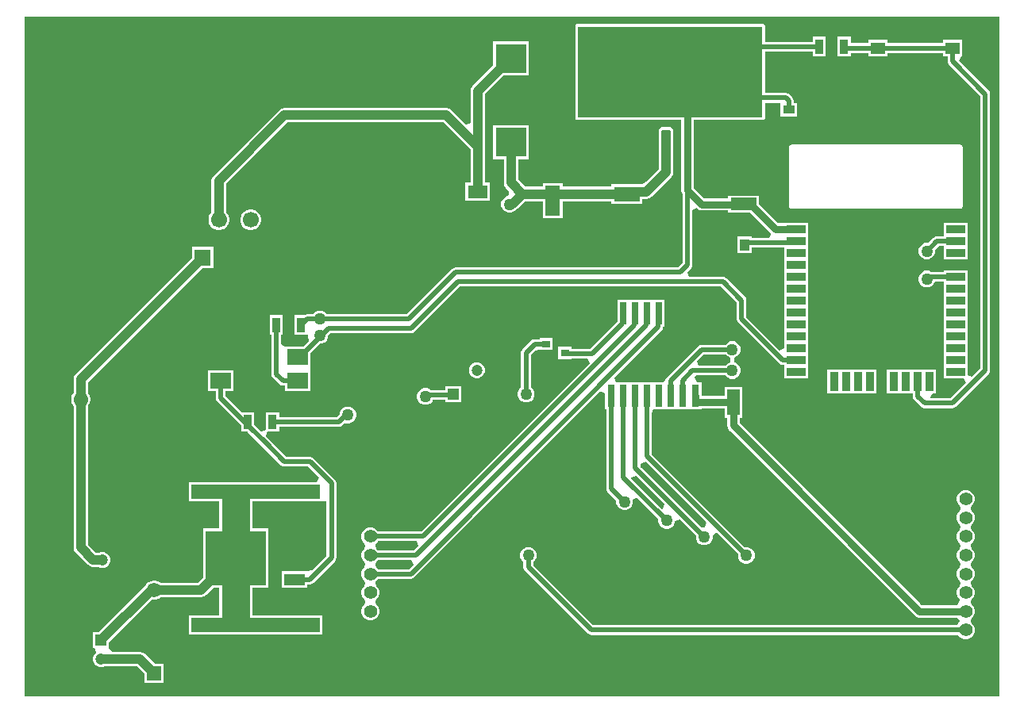
<source format=gtl>
G04*
G04 #@! TF.GenerationSoftware,Altium Limited,Altium Designer,25.1.2 (22)*
G04*
G04 Layer_Physical_Order=1*
G04 Layer_Color=255*
%FSLAX44Y44*%
%MOMM*%
G71*
G04*
G04 #@! TF.SameCoordinates,735CD127-3729-4D2A-A9AC-AB826B6A9FB7*
G04*
G04*
G04 #@! TF.FilePolarity,Positive*
G04*
G01*
G75*
%ADD17R,0.8000X2.4000*%
%ADD18R,0.7000X2.4000*%
G04:AMPARAMS|DCode=19|XSize=5.55mm|YSize=7.2mm|CornerRadius=0.0555mm|HoleSize=0mm|Usage=FLASHONLY|Rotation=180.000|XOffset=0mm|YOffset=0mm|HoleType=Round|Shape=RoundedRectangle|*
%AMROUNDEDRECTD19*
21,1,5.5500,7.0890,0,0,180.0*
21,1,5.4390,7.2000,0,0,180.0*
1,1,0.1110,-2.7195,3.5445*
1,1,0.1110,2.7195,3.5445*
1,1,0.1110,2.7195,-3.5445*
1,1,0.1110,-2.7195,-3.5445*
%
%ADD19ROUNDEDRECTD19*%
G04:AMPARAMS|DCode=20|XSize=1mm|YSize=2.2mm|CornerRadius=0.05mm|HoleSize=0mm|Usage=FLASHONLY|Rotation=180.000|XOffset=0mm|YOffset=0mm|HoleType=Round|Shape=RoundedRectangle|*
%AMROUNDEDRECTD20*
21,1,1.0000,2.1000,0,0,180.0*
21,1,0.9000,2.2000,0,0,180.0*
1,1,0.1000,-0.4500,1.0500*
1,1,0.1000,0.4500,1.0500*
1,1,0.1000,0.4500,-1.0500*
1,1,0.1000,-0.4500,-1.0500*
%
%ADD20ROUNDEDRECTD20*%
%ADD21R,0.9000X0.8000*%
%ADD22R,2.0000X0.9000*%
%ADD23R,0.9000X2.0000*%
%ADD24R,1.3300X1.3300*%
%ADD25R,1.3500X2.8000*%
%ADD26R,2.8000X1.3500*%
%ADD27R,1.0121X1.2084*%
%ADD28R,0.9000X1.5500*%
%ADD29R,13.7160X1.5240*%
%ADD30R,2.2000X1.7000*%
%ADD31R,1.6000X3.2000*%
%ADD32R,1.5500X1.3000*%
%ADD33R,3.2510X3.1240*%
%ADD34R,2.8000X1.6000*%
%ADD35R,1.2621X0.9578*%
%ADD42R,6.4000X5.8000*%
%ADD43R,2.2000X1.2000*%
%ADD44R,2.1000X1.4000*%
%ADD46C,1.4000*%
%ADD47R,1.4000X1.4000*%
%ADD50C,3.7000*%
%ADD51R,1.5500X1.5500*%
%ADD52C,1.5500*%
%ADD53R,1.5500X1.5500*%
%ADD56C,1.2000*%
%ADD57R,1.2000X1.2000*%
%ADD59C,0.5000*%
%ADD60C,1.0000*%
%ADD61C,0.8000*%
%ADD62C,3.0000*%
%ADD63R,6.7500X6.7500*%
%ADD64R,19.7500X9.7500*%
%ADD65C,1.7000*%
%ADD66R,1.7000X1.7000*%
%ADD67C,1.2700*%
G36*
X897890Y725000D02*
X1040000D01*
Y0D01*
X0D01*
Y725000D01*
X814070D01*
X814240Y725170D01*
X897890Y725000D01*
D02*
G37*
%LPC*%
G36*
X787500Y717590D02*
X590000D01*
X589009Y717393D01*
X588169Y716831D01*
X587607Y715991D01*
X587410Y715000D01*
Y617500D01*
X587607Y616509D01*
X588169Y615669D01*
X589009Y615107D01*
X590000Y614910D01*
X700832D01*
Y540000D01*
X700832Y540000D01*
X701339Y537448D01*
X702361Y535919D01*
Y462629D01*
X697372Y457639D01*
X460000D01*
X458033Y457248D01*
X456366Y456134D01*
X407872Y407639D01*
X322434D01*
X320036Y410037D01*
X316768Y411390D01*
X313232D01*
X309964Y410037D01*
X307566Y407639D01*
X301450D01*
X299484Y407248D01*
X298410Y406530D01*
X288150D01*
Y385950D01*
X300676D01*
X300676Y385950D01*
Y385950D01*
X300676D01*
D01*
X302230Y385950D01*
X302891Y385489D01*
X302918Y385233D01*
X303551Y379078D01*
X297463Y372990D01*
X278829D01*
X277650Y372990D01*
X273829Y375835D01*
Y385950D01*
X275730D01*
Y406530D01*
X261650D01*
Y385950D01*
X263551D01*
Y343810D01*
X263942Y341844D01*
X265056Y340177D01*
X272303Y332929D01*
X273971Y331815D01*
X275937Y331424D01*
X277650D01*
Y325510D01*
X304730D01*
Y345910D01*
X304730Y350910D01*
X304730Y352590D01*
Y365723D01*
X315117Y376110D01*
X316768D01*
X320036Y377463D01*
X322537Y379964D01*
X323890Y383232D01*
Y384539D01*
X326712Y387361D01*
X412500D01*
X414467Y387752D01*
X416134Y388866D01*
X464628Y437361D01*
X742871D01*
X759861Y420372D01*
Y402341D01*
X760252Y400374D01*
X761366Y398707D01*
X805037Y355037D01*
X806704Y353923D01*
X808670Y353532D01*
X810590D01*
Y338930D01*
X835670D01*
Y351630D01*
Y364330D01*
Y377030D01*
Y389730D01*
Y402430D01*
Y415130D01*
Y427830D01*
Y440530D01*
Y453230D01*
Y465930D01*
Y478630D01*
Y491330D01*
Y505410D01*
X810590D01*
Y505038D01*
X803742D01*
X783620Y525160D01*
Y534310D01*
X750540D01*
Y531668D01*
X725262D01*
X714168Y542762D01*
Y614910D01*
X787500D01*
X788491Y615107D01*
X789331Y615669D01*
X789893Y616509D01*
X790090Y617500D01*
Y633323D01*
X801586D01*
X806489Y633091D01*
Y618433D01*
X824191D01*
Y633091D01*
X820479D01*
Y635533D01*
X820088Y637500D01*
X818974Y639167D01*
X816045Y642096D01*
X814378Y643210D01*
X812411Y643601D01*
X790090D01*
Y688281D01*
X840770D01*
Y683130D01*
X854850D01*
Y703710D01*
X840770D01*
Y698559D01*
X790090D01*
Y715000D01*
X789893Y715991D01*
X789331Y716831D01*
X788491Y717393D01*
X787500Y717590D01*
D02*
G37*
G36*
X537717Y698627D02*
X500127D01*
Y673179D01*
X477926Y650978D01*
X476259Y648484D01*
X475674Y645542D01*
Y611731D01*
X471055Y609817D01*
X455436Y625436D01*
X452942Y627103D01*
X450000Y627688D01*
X277500D01*
X274558Y627103D01*
X272064Y625436D01*
X201864Y555236D01*
X200198Y552742D01*
X199612Y549800D01*
Y516179D01*
X198466Y515033D01*
X197012Y512515D01*
X196260Y509707D01*
Y506801D01*
X197012Y503993D01*
X198466Y501475D01*
X200521Y499420D01*
X203039Y497966D01*
X205847Y497214D01*
X208754D01*
X211561Y497966D01*
X214079Y499420D01*
X216134Y501475D01*
X217588Y503993D01*
X218340Y506801D01*
Y509707D01*
X217588Y512515D01*
X216134Y515033D01*
X214988Y516179D01*
Y546616D01*
X280684Y612312D01*
X446816D01*
X475674Y583454D01*
Y547922D01*
X470322D01*
Y528842D01*
X496402D01*
Y547922D01*
X491050D01*
Y586638D01*
Y642358D01*
X510999Y662307D01*
X537717D01*
Y698627D01*
D02*
G37*
G36*
Y609217D02*
X500127D01*
Y572897D01*
X511234D01*
Y547958D01*
X511819Y545016D01*
X513486Y542522D01*
X517118Y538890D01*
X516302Y535948D01*
X515247Y533689D01*
X512464Y532537D01*
X509963Y530036D01*
X508610Y526768D01*
Y523232D01*
X509963Y519964D01*
X512464Y517463D01*
X515732Y516110D01*
X519268D01*
X522536Y517463D01*
X523543Y518470D01*
X525953Y520081D01*
X534124Y528252D01*
X552832D01*
Y510142D01*
X573912D01*
Y528252D01*
X626080D01*
Y525400D01*
X659160D01*
Y530699D01*
X663387D01*
X666329Y531284D01*
X668823Y532951D01*
X689906Y554034D01*
X691573Y556528D01*
X692158Y559470D01*
Y593540D01*
X692070Y593983D01*
Y604040D01*
X691834Y605226D01*
X691162Y606232D01*
X690156Y606904D01*
X688970Y607140D01*
X679970D01*
X678784Y606904D01*
X677778Y606232D01*
X677106Y605226D01*
X676870Y604040D01*
Y593983D01*
X676782Y593540D01*
Y562654D01*
X663120Y548992D01*
X659160Y546480D01*
X626080D01*
Y543628D01*
X573912D01*
Y547222D01*
X552832D01*
Y543628D01*
X534124D01*
X526610Y551142D01*
Y572897D01*
X537717D01*
Y609217D01*
D02*
G37*
G36*
X998130Y588560D02*
X818130D01*
X817139Y588363D01*
X816299Y587802D01*
X815738Y586961D01*
X815540Y585970D01*
Y522970D01*
X815738Y521979D01*
X816299Y521139D01*
X817139Y520578D01*
X818130Y520381D01*
X998130D01*
X999121Y520578D01*
X999961Y521139D01*
X1000523Y521979D01*
X1000720Y522970D01*
Y585970D01*
X1000523Y586961D01*
X999961Y587802D01*
X999121Y588363D01*
X998130Y588560D01*
D02*
G37*
G36*
X242753Y519294D02*
X239847D01*
X237039Y518542D01*
X234521Y517088D01*
X232466Y515033D01*
X231012Y512515D01*
X230260Y509707D01*
Y506801D01*
X231012Y503993D01*
X232466Y501475D01*
X234521Y499420D01*
X237039Y497966D01*
X239847Y497214D01*
X242753D01*
X245561Y497966D01*
X248079Y499420D01*
X250134Y501475D01*
X251588Y503993D01*
X252340Y506801D01*
Y509707D01*
X251588Y512515D01*
X250134Y515033D01*
X248079Y517088D01*
X245561Y518542D01*
X242753Y519294D01*
D02*
G37*
G36*
X1005670Y505410D02*
X980590D01*
Y490809D01*
X973170D01*
X971204Y490418D01*
X969537Y489304D01*
X964123Y483890D01*
X960732D01*
X957464Y482537D01*
X954963Y480036D01*
X953610Y476768D01*
Y473232D01*
X954963Y469964D01*
X957464Y467463D01*
X960732Y466110D01*
X964268D01*
X967536Y467463D01*
X970037Y469964D01*
X971390Y473232D01*
Y476623D01*
X975299Y480532D01*
X980590D01*
Y465930D01*
X1005670D01*
Y478630D01*
Y491330D01*
Y505410D01*
D02*
G37*
G36*
X916480Y461088D02*
X879780D01*
X877228Y460581D01*
X875065Y459135D01*
X873620Y456972D01*
X873112Y454420D01*
Y436070D01*
Y417720D01*
X873620Y415168D01*
X875065Y413005D01*
X877228Y411560D01*
X879780Y411052D01*
X916480D01*
X919032Y411560D01*
X921195Y413005D01*
X922641Y415168D01*
X923148Y417720D01*
Y436070D01*
Y454420D01*
X922641Y456972D01*
X921195Y459135D01*
X919032Y460581D01*
X916480Y461088D01*
D02*
G37*
G36*
X645470Y423030D02*
X644850D01*
Y423030D01*
X632770D01*
Y407987D01*
X632671Y407490D01*
Y399691D01*
X603269Y370289D01*
X583460D01*
Y372960D01*
X569380D01*
Y359880D01*
X583460D01*
Y360011D01*
X600673D01*
X602744Y355011D01*
X423242Y175509D01*
X377178D01*
X377068Y175774D01*
X374384Y178458D01*
X370878Y179910D01*
X367083D01*
X363576Y178458D01*
X360893Y175774D01*
X359440Y172268D01*
Y168472D01*
X360893Y164966D01*
X362454Y163405D01*
X363142Y160370D01*
X362454Y157335D01*
X360893Y155774D01*
X359440Y152268D01*
Y148472D01*
X360893Y144966D01*
X362454Y143405D01*
X363142Y140370D01*
X362454Y137335D01*
X360893Y135774D01*
X359440Y132268D01*
Y128472D01*
X360893Y124966D01*
X362454Y123405D01*
X363142Y120370D01*
X362454Y117335D01*
X360893Y115774D01*
X359440Y112268D01*
Y108472D01*
X360893Y104966D01*
X362454Y103405D01*
X363142Y100370D01*
X362454Y97335D01*
X360893Y95774D01*
X359440Y92268D01*
Y88472D01*
X360893Y84966D01*
X363576Y82282D01*
X367083Y80830D01*
X370878D01*
X374384Y82282D01*
X377068Y84966D01*
X378520Y88472D01*
Y92268D01*
X377068Y95774D01*
X375507Y97335D01*
X374818Y100370D01*
X375507Y103405D01*
X377068Y104966D01*
X378520Y108472D01*
Y112268D01*
X377068Y115774D01*
X375507Y117335D01*
X374818Y120370D01*
X375507Y123405D01*
X377068Y124966D01*
X377178Y125231D01*
X412362D01*
X414329Y125623D01*
X415996Y126736D01*
X614451Y325191D01*
X619070Y323278D01*
Y305950D01*
X620471D01*
Y221890D01*
X620863Y219923D01*
X621977Y218256D01*
X631110Y209123D01*
Y205732D01*
X632463Y202464D01*
X634964Y199963D01*
X638232Y198610D01*
X641768D01*
X645036Y199963D01*
X647537Y202464D01*
X648890Y205732D01*
Y209268D01*
X648888Y209274D01*
X653126Y212106D01*
X676110Y189123D01*
Y185732D01*
X677463Y182464D01*
X679964Y179963D01*
X683232Y178610D01*
X686768D01*
X690036Y179963D01*
X692537Y182464D01*
X693890Y185732D01*
Y186772D01*
X698890Y188843D01*
X716110Y171623D01*
Y168232D01*
X717463Y164964D01*
X719964Y162463D01*
X723232Y161110D01*
X726768D01*
X730036Y162463D01*
X732537Y164964D01*
X733890Y168232D01*
Y171768D01*
X733888Y171774D01*
X738126Y174606D01*
X761110Y151623D01*
Y148232D01*
X762463Y144964D01*
X764964Y142463D01*
X768232Y141110D01*
X771768D01*
X775036Y142463D01*
X777537Y144964D01*
X778890Y148232D01*
Y151768D01*
X777537Y155036D01*
X775036Y157537D01*
X771768Y158890D01*
X768377D01*
X669349Y257918D01*
Y301581D01*
X670870Y305950D01*
X675250Y305950D01*
X682950Y305950D01*
X687950Y305950D01*
X695650D01*
Y305950D01*
X696270D01*
Y305950D01*
X703970D01*
X708350Y305950D01*
X713350Y305950D01*
X722050D01*
Y307022D01*
X746870D01*
Y297150D01*
X749492D01*
Y288840D01*
X749492Y288840D01*
X749999Y286288D01*
X751445Y284125D01*
X949915Y85655D01*
X949915Y85655D01*
X952078Y84210D01*
X954630Y83702D01*
X954630Y83702D01*
X994841D01*
X997242Y79904D01*
X994733Y75509D01*
X606758D01*
X542639Y139628D01*
Y142566D01*
X545037Y144964D01*
X546390Y148232D01*
Y151768D01*
X545037Y155036D01*
X542536Y157537D01*
X539268Y158890D01*
X535732D01*
X532464Y157537D01*
X529963Y155036D01*
X528610Y151768D01*
Y148232D01*
X529963Y144964D01*
X532361Y142566D01*
Y137500D01*
X532752Y135534D01*
X533866Y133866D01*
X600996Y66737D01*
X602663Y65623D01*
X604630Y65231D01*
X995783D01*
X995893Y64966D01*
X998576Y62283D01*
X1002083Y60830D01*
X1005878D01*
X1009384Y62283D01*
X1012068Y64966D01*
X1013520Y68473D01*
Y72268D01*
X1012068Y75774D01*
X1010507Y77336D01*
X1009818Y80370D01*
X1010507Y83405D01*
X1012068Y84966D01*
X1013520Y88472D01*
Y92268D01*
X1012068Y95774D01*
X1010507Y97335D01*
X1009818Y100370D01*
X1010507Y103405D01*
X1012068Y104966D01*
X1013520Y108472D01*
Y112268D01*
X1012068Y115774D01*
X1010507Y117335D01*
X1009818Y120370D01*
X1010507Y123405D01*
X1012068Y124966D01*
X1013520Y128472D01*
Y132268D01*
X1012068Y135774D01*
X1010507Y137335D01*
X1009818Y140370D01*
X1010507Y143405D01*
X1012068Y144966D01*
X1013520Y148472D01*
Y152268D01*
X1012068Y155774D01*
X1010507Y157335D01*
X1009818Y160370D01*
X1010507Y163405D01*
X1012068Y164966D01*
X1013520Y168472D01*
Y172268D01*
X1012068Y175774D01*
X1010507Y177335D01*
X1009818Y180370D01*
X1010507Y183405D01*
X1012068Y184966D01*
X1013520Y188472D01*
Y192268D01*
X1012068Y195774D01*
X1010507Y197335D01*
X1009818Y200370D01*
X1010507Y203405D01*
X1012068Y204966D01*
X1013520Y208472D01*
Y212267D01*
X1012068Y215774D01*
X1009384Y218458D01*
X1005878Y219910D01*
X1002083D01*
X998576Y218458D01*
X995893Y215774D01*
X994440Y212267D01*
Y208472D01*
X995893Y204966D01*
X997454Y203405D01*
X998142Y200370D01*
X997454Y197335D01*
X995893Y195774D01*
X994440Y192268D01*
Y188472D01*
X995893Y184966D01*
X997454Y183405D01*
X998142Y180370D01*
X997454Y177335D01*
X995893Y175774D01*
X994440Y172268D01*
Y168472D01*
X995893Y164966D01*
X997454Y163405D01*
X998142Y160370D01*
X997454Y157335D01*
X995893Y155774D01*
X994440Y152268D01*
Y148472D01*
X995893Y144966D01*
X997454Y143405D01*
X998142Y140370D01*
X997454Y137335D01*
X995893Y135774D01*
X994440Y132268D01*
Y128472D01*
X995893Y124966D01*
X997454Y123405D01*
X998142Y120370D01*
X997454Y117335D01*
X995893Y115774D01*
X994440Y112268D01*
Y108472D01*
X995893Y104966D01*
X997454Y103405D01*
X997827Y101761D01*
X994841Y97038D01*
X957392D01*
X762828Y291602D01*
Y297150D01*
X765450D01*
Y330230D01*
X746870D01*
Y320358D01*
X722178D01*
Y320490D01*
X722050Y321134D01*
Y335030D01*
X717193D01*
X714720Y340030D01*
X716499Y342361D01*
X747566D01*
X749964Y339963D01*
X753232Y338610D01*
X756768D01*
X760036Y339963D01*
X762537Y342464D01*
X763890Y345732D01*
Y349268D01*
X762537Y352536D01*
X760036Y355037D01*
X758017Y355873D01*
X756768Y356390D01*
Y361110D01*
X760036Y362463D01*
X762537Y364964D01*
X763890Y368232D01*
Y371768D01*
X762537Y375036D01*
X760036Y377537D01*
X756768Y378890D01*
X753232D01*
X749964Y377537D01*
X747566Y375139D01*
X722500D01*
X720534Y374748D01*
X718866Y373634D01*
X685720Y340487D01*
X684880Y339231D01*
X684606Y338820D01*
X682445Y336111D01*
X679868Y335030D01*
X678570Y335030D01*
X670870Y335030D01*
X665870Y335030D01*
X658170Y335030D01*
X653170Y335030D01*
X645470Y335030D01*
X640470Y335030D01*
X630823Y335030D01*
X628909Y339650D01*
X679544Y390284D01*
X680658Y391951D01*
X681049Y393918D01*
Y393950D01*
X682950D01*
Y423030D01*
X675250D01*
X670250Y423030D01*
Y423030D01*
X670250Y423030D01*
X662550D01*
X658170Y423030D01*
Y423030D01*
X657550D01*
Y423030D01*
X649850D01*
X645470Y423030D01*
Y423030D01*
D02*
G37*
G36*
X881350Y703710D02*
X867270D01*
Y683130D01*
X881350D01*
Y686651D01*
X899920D01*
Y682750D01*
X920500D01*
Y686651D01*
X979420D01*
Y682750D01*
X984571D01*
Y677790D01*
X984962Y675824D01*
X986076Y674156D01*
X1019861Y640371D01*
Y349628D01*
X1010670Y340437D01*
X1005670Y342508D01*
Y351630D01*
Y364330D01*
Y377030D01*
Y389730D01*
Y402430D01*
Y415130D01*
Y427830D01*
Y440530D01*
Y454610D01*
X980590D01*
Y452709D01*
X967119D01*
X964268Y453890D01*
X960732D01*
X957464Y452537D01*
X954963Y450036D01*
X953610Y446768D01*
Y443232D01*
X954963Y439964D01*
X957464Y437463D01*
X960732Y436110D01*
X964268D01*
X967536Y437463D01*
X970037Y439964D01*
X971059Y442432D01*
X980590D01*
Y427830D01*
Y415130D01*
Y402430D01*
Y389730D01*
Y377030D01*
Y364330D01*
Y351630D01*
Y338930D01*
X1002092D01*
X1004163Y333930D01*
X987871Y317639D01*
X966421D01*
X965892Y318430D01*
X968565Y323430D01*
X972320D01*
Y348510D01*
X920140D01*
Y323430D01*
X947441D01*
Y319920D01*
X947832Y317953D01*
X948946Y316286D01*
X956366Y308866D01*
X958034Y307752D01*
X960000Y307361D01*
X990000D01*
X991966Y307752D01*
X993634Y308866D01*
X1028634Y343866D01*
X1029748Y345533D01*
X1030139Y347500D01*
Y642500D01*
X1029748Y644466D01*
X1028634Y646134D01*
X997017Y677750D01*
X999089Y682750D01*
X1000000D01*
Y700830D01*
X979420D01*
Y696929D01*
X920500D01*
Y700830D01*
X899920D01*
Y696929D01*
X881350D01*
Y703710D01*
D02*
G37*
G36*
X484298Y356420D02*
X480901D01*
X477762Y355120D01*
X475360Y352717D01*
X474060Y349578D01*
Y346181D01*
X475360Y343042D01*
X477762Y340640D01*
X480901Y339340D01*
X484298D01*
X487437Y340640D01*
X489840Y343042D01*
X491140Y346181D01*
Y349578D01*
X489840Y352717D01*
X487437Y355120D01*
X484298Y356420D01*
D02*
G37*
G36*
X465740Y331020D02*
X448660D01*
Y326379D01*
X433694D01*
X432536Y327537D01*
X429268Y328890D01*
X425732D01*
X422464Y327537D01*
X419963Y325036D01*
X418610Y321768D01*
Y318232D01*
X419963Y314964D01*
X422464Y312463D01*
X425732Y311110D01*
X429268D01*
X432536Y312463D01*
X435037Y314964D01*
X435508Y316101D01*
X448660D01*
Y313940D01*
X465740D01*
Y331020D01*
D02*
G37*
G36*
X908820Y348510D02*
X856640D01*
Y323430D01*
X908820D01*
Y348510D01*
D02*
G37*
G36*
X563460Y382460D02*
X549380D01*
Y381059D01*
X544420D01*
X542454Y380668D01*
X540787Y379554D01*
X531282Y370049D01*
X530168Y368382D01*
X529776Y366415D01*
Y329849D01*
X527463Y327536D01*
X526110Y324268D01*
Y320732D01*
X527463Y317464D01*
X529964Y314963D01*
X533232Y313610D01*
X536768D01*
X540036Y314963D01*
X542537Y317464D01*
X543890Y320732D01*
Y324268D01*
X542537Y327536D01*
X540054Y330019D01*
Y364287D01*
X544605Y368838D01*
X549380Y369380D01*
Y369380D01*
X563460D01*
Y382460D01*
D02*
G37*
G36*
X222730Y347590D02*
X195650D01*
Y325510D01*
X204051D01*
Y318310D01*
X204442Y316344D01*
X205556Y314677D01*
X230983Y289250D01*
X231020Y289195D01*
Y282210D01*
X237920D01*
X238230Y282003D01*
X252743Y267489D01*
X252743Y267489D01*
X273866Y246366D01*
X275534Y245252D01*
X277500Y244861D01*
X302871D01*
X314133Y233600D01*
X312062Y228600D01*
X175260D01*
Y208280D01*
X207689D01*
Y178860D01*
X190840D01*
Y126652D01*
X185110Y120922D01*
X145295D01*
X144748Y121468D01*
X142402Y122823D01*
X139785Y123524D01*
X137075D01*
X134458Y122823D01*
X132112Y121468D01*
X130196Y119552D01*
X129370Y118123D01*
X79318Y68070D01*
X73110D01*
Y50990D01*
X74500D01*
X75219Y49677D01*
X76032Y45990D01*
X74410Y44367D01*
X73110Y41229D01*
Y37831D01*
X74410Y34692D01*
X76812Y32290D01*
X79951Y30990D01*
X83349D01*
X85406Y31842D01*
X120149D01*
X128140Y23852D01*
Y14144D01*
X148720D01*
Y34724D01*
X139012D01*
X128770Y44966D01*
X126276Y46632D01*
X123334Y47218D01*
X93154D01*
X90190Y50990D01*
X90190Y52218D01*
Y57198D01*
X136177Y103185D01*
X137075Y102944D01*
X139785D01*
X142402Y103645D01*
X144748Y105000D01*
X145295Y105547D01*
X188295D01*
X191236Y106132D01*
X193731Y107798D01*
X201712Y115780D01*
X207689D01*
Y86360D01*
X175260D01*
Y66040D01*
X224231D01*
X225380Y65889D01*
X226530Y66040D01*
X317500D01*
Y86360D01*
X243072D01*
Y115780D01*
X259920D01*
Y178860D01*
X243072D01*
Y208280D01*
X317361D01*
X317500Y208280D01*
X322361Y207945D01*
Y149628D01*
X306590Y133857D01*
X301920Y133060D01*
Y133060D01*
X274840D01*
Y115980D01*
X301920D01*
Y119381D01*
X304520D01*
X306486Y119772D01*
X308154Y120886D01*
X331134Y143866D01*
X332248Y145534D01*
X332639Y147500D01*
Y227500D01*
X332248Y229466D01*
X331134Y231134D01*
X308634Y253634D01*
X306966Y254748D01*
X305000Y255139D01*
X279629D01*
X260011Y274756D01*
X260011Y274757D01*
X257557Y277210D01*
X259628Y282210D01*
X261647Y282210D01*
X271600D01*
Y287361D01*
X335416D01*
X337383Y287752D01*
X339050Y288866D01*
X341861Y291678D01*
X343232Y291110D01*
X346768D01*
X350036Y292463D01*
X352537Y294964D01*
X353890Y298232D01*
Y301768D01*
X352537Y305036D01*
X350036Y307537D01*
X346768Y308890D01*
X343232D01*
X339964Y307537D01*
X337463Y305036D01*
X336110Y301768D01*
Y300461D01*
X333288Y297639D01*
X271600D01*
Y302790D01*
X257520D01*
Y286635D01*
X257520Y284318D01*
X252520Y282247D01*
X245114Y289654D01*
X245100Y289663D01*
Y302790D01*
X231977D01*
X214329Y320439D01*
Y325510D01*
X222730D01*
Y347590D01*
D02*
G37*
G36*
X201340Y479294D02*
X179260D01*
Y468086D01*
X54654Y343480D01*
X52987Y340986D01*
X52402Y338044D01*
Y323349D01*
X51856Y322802D01*
X50501Y320456D01*
X49800Y317839D01*
Y315129D01*
X50501Y312512D01*
X51856Y310166D01*
X52402Y309620D01*
Y158524D01*
X52987Y155582D01*
X54654Y153088D01*
X67884Y139857D01*
X70379Y138191D01*
X73321Y137605D01*
X78924D01*
X81221Y136654D01*
X84619D01*
X87757Y137954D01*
X90160Y140357D01*
X91460Y143495D01*
Y146893D01*
X90160Y150031D01*
X87757Y152434D01*
X84619Y153734D01*
X81221D01*
X79403Y152981D01*
X76505D01*
X67778Y161708D01*
Y309620D01*
X68324Y310166D01*
X69679Y312512D01*
X70380Y315129D01*
Y317839D01*
X69679Y320456D01*
X68324Y322802D01*
X67778Y323349D01*
Y334860D01*
X190132Y457214D01*
X201340D01*
Y479294D01*
D02*
G37*
%LPD*%
G36*
X717785Y520285D02*
X717785Y520285D01*
X719948Y518839D01*
X722500Y518332D01*
X722500Y518332D01*
X750540D01*
Y515730D01*
X774190D01*
X795911Y494009D01*
X795762Y492513D01*
X794219Y489009D01*
X775951D01*
Y490311D01*
X760749D01*
Y473147D01*
X775951D01*
Y478731D01*
X810590D01*
Y465930D01*
Y453230D01*
Y440530D01*
Y427830D01*
Y415130D01*
Y402430D01*
Y389730D01*
Y377030D01*
Y371089D01*
X805590Y369018D01*
X770139Y404469D01*
Y422500D01*
X769748Y424467D01*
X768634Y426134D01*
X748634Y446134D01*
X746967Y447248D01*
X745000Y447639D01*
X708977D01*
X706906Y452639D01*
X711134Y456866D01*
X712248Y458534D01*
X712639Y460500D01*
Y518898D01*
X717258Y520812D01*
X717785Y520285D01*
D02*
G37*
G36*
X749964Y362463D02*
X751983Y361627D01*
X753232Y361110D01*
Y356390D01*
X749964Y355037D01*
X747566Y352639D01*
X719477D01*
X717406Y357639D01*
X724629Y364861D01*
X747566D01*
X749964Y362463D01*
D02*
G37*
G36*
X682575Y205158D02*
X680929Y199733D01*
X680183Y199584D01*
X646868Y232900D01*
X646850Y232937D01*
X647025Y233636D01*
X652564Y235169D01*
X682575Y205158D01*
D02*
G37*
G36*
X727378Y185355D02*
X725454Y180207D01*
X722282Y179985D01*
X657573Y244694D01*
X657500Y247172D01*
X657764Y248392D01*
X662828Y249905D01*
X727378Y185355D01*
D02*
G37*
G36*
X420464Y160231D02*
X415742Y155509D01*
X377178D01*
X377068Y155774D01*
X375507Y157335D01*
X374818Y160370D01*
X375507Y163405D01*
X377068Y164966D01*
X377178Y165231D01*
X418393D01*
X420464Y160231D01*
D02*
G37*
G36*
X414956Y140231D02*
X410234Y135509D01*
X377178D01*
X377068Y135774D01*
X375507Y137335D01*
X374818Y140370D01*
X375507Y143405D01*
X377068Y144966D01*
X377178Y145231D01*
X412885D01*
X414956Y140231D01*
D02*
G37*
D17*
X715510Y320490D02*
D03*
X625610D02*
D03*
Y408490D02*
D03*
X715510D02*
D03*
D18*
X702310Y320490D02*
D03*
X689610D02*
D03*
X676910D02*
D03*
X664210D02*
D03*
X651510D02*
D03*
X638810D02*
D03*
Y408490D02*
D03*
X651510D02*
D03*
X664210D02*
D03*
X676910D02*
D03*
X689610D02*
D03*
X702310D02*
D03*
D19*
X661670Y656540D02*
D03*
D20*
X684470Y593540D02*
D03*
X638870D02*
D03*
D21*
X576420Y366420D02*
D03*
Y385420D02*
D03*
X556420Y375920D02*
D03*
D22*
X823130Y511070D02*
D03*
Y498370D02*
D03*
Y485670D02*
D03*
Y472970D02*
D03*
Y460270D02*
D03*
Y447570D02*
D03*
Y434870D02*
D03*
Y422170D02*
D03*
Y409470D02*
D03*
Y396770D02*
D03*
Y384070D02*
D03*
Y371370D02*
D03*
Y358670D02*
D03*
Y345970D02*
D03*
X993130D02*
D03*
Y358670D02*
D03*
Y371370D02*
D03*
Y384070D02*
D03*
Y396770D02*
D03*
Y409470D02*
D03*
Y422170D02*
D03*
Y434870D02*
D03*
Y447570D02*
D03*
Y460270D02*
D03*
Y472970D02*
D03*
Y485670D02*
D03*
Y498370D02*
D03*
Y511070D02*
D03*
D23*
X850980Y335970D02*
D03*
X863680D02*
D03*
X876380D02*
D03*
X889080D02*
D03*
X901780D02*
D03*
X914480D02*
D03*
X927180D02*
D03*
X939880D02*
D03*
X952580D02*
D03*
X965280D02*
D03*
D24*
X879780Y454420D02*
D03*
X898130D02*
D03*
X916480D02*
D03*
X879780Y436070D02*
D03*
X898130D02*
D03*
X916480D02*
D03*
X879780Y417720D02*
D03*
X898130D02*
D03*
X916480D02*
D03*
D25*
X756160Y313690D02*
D03*
X788160D02*
D03*
D26*
X767080Y525020D02*
D03*
Y557020D02*
D03*
D27*
X768350Y481729D02*
D03*
Y465691D02*
D03*
D28*
X264560Y292500D02*
D03*
X238060D02*
D03*
X295190Y396240D02*
D03*
X268690D02*
D03*
X874310Y693420D02*
D03*
X847810D02*
D03*
D29*
X246380Y218440D02*
D03*
Y76200D02*
D03*
D30*
X291190Y336550D02*
D03*
Y361950D02*
D03*
X209190D02*
D03*
Y336550D02*
D03*
D31*
X563372Y528682D02*
D03*
Y478682D02*
D03*
D32*
X910210Y691790D02*
D03*
X989710D02*
D03*
X910210Y646790D02*
D03*
X989710D02*
D03*
D33*
X518922Y591057D02*
D03*
Y680467D02*
D03*
D34*
X642620Y535940D02*
D03*
Y506440D02*
D03*
D35*
X815340Y611218D02*
D03*
Y625762D02*
D03*
D42*
X225380Y147320D02*
D03*
D43*
X288380Y124520D02*
D03*
Y170120D02*
D03*
D44*
X483362Y494382D02*
D03*
Y538382D02*
D03*
D46*
X1003980Y70370D02*
D03*
Y90370D02*
D03*
Y110370D02*
D03*
Y130370D02*
D03*
Y150370D02*
D03*
Y170370D02*
D03*
Y190370D02*
D03*
Y210370D02*
D03*
Y230370D02*
D03*
X368980D02*
D03*
Y210370D02*
D03*
Y190370D02*
D03*
Y170370D02*
D03*
Y150370D02*
D03*
Y130370D02*
D03*
Y110370D02*
D03*
Y90370D02*
D03*
D47*
Y70370D02*
D03*
D50*
X97300Y561090D02*
D03*
X351300D02*
D03*
D51*
X138430Y24434D02*
D03*
D52*
Y113234D02*
D03*
X60090Y316484D02*
D03*
D53*
X110090D02*
D03*
D56*
X81650Y39530D02*
D03*
X82920Y145194D02*
D03*
X508000Y322480D02*
D03*
X482600Y347880D02*
D03*
D57*
X81650Y59530D02*
D03*
X82920Y165194D02*
D03*
X457200Y322480D02*
D03*
D59*
X537500Y137500D02*
Y150000D01*
Y137500D02*
X604630Y70370D01*
X1003980D01*
X534915Y322585D02*
Y366415D01*
X544420Y375920D01*
X556420D01*
X534915Y322585D02*
X535000Y322500D01*
X577690Y365150D02*
X605398D01*
X576420Y366420D02*
X577690Y365150D01*
X637810Y397562D02*
Y407490D01*
X605398Y365150D02*
X637810Y397562D01*
X425370Y170370D02*
X650510Y395510D01*
X368980Y170370D02*
X425370D01*
X650510Y395510D02*
Y407490D01*
X663210Y395710D02*
Y407490D01*
X417870Y150370D02*
X663210Y395710D01*
X368980Y150370D02*
X417870D01*
X701954Y320847D02*
Y336954D01*
X712500Y347500D01*
X755000D01*
X722500Y370000D02*
X755000D01*
X689353Y320747D02*
Y336853D01*
X722500Y370000D01*
X651510Y243490D02*
X725000Y170000D01*
X664210Y255790D02*
Y320490D01*
Y255790D02*
X770000Y150000D01*
X651510Y243490D02*
Y320490D01*
X638810Y233690D02*
Y320490D01*
Y233690D02*
X685000Y187500D01*
X625610Y221890D02*
X640000Y207500D01*
X625610Y221890D02*
Y320490D01*
X368980Y130370D02*
X412362D01*
X675910Y393918D01*
Y407490D01*
X427500Y320000D02*
X428740Y321240D01*
X455960D01*
X457200Y322480D01*
X775000Y638462D02*
X812411D01*
X815340Y635533D01*
Y625762D02*
Y635533D01*
X752500Y649580D02*
X763618Y638462D01*
X752500Y649580D02*
Y651712D01*
X688750Y666250D02*
X715920Y693420D01*
X678678Y656178D02*
X700119Y654881D01*
X678678Y656178D02*
X688750Y666250D01*
X715920Y693420D02*
X847810D01*
X700119Y654881D02*
X752500Y651712D01*
X770491Y483870D02*
X821330D01*
X768350Y481729D02*
X770491Y483870D01*
X821330D02*
X823130Y485670D01*
X707500Y460500D02*
Y540000D01*
X699500Y452500D02*
X707500Y460500D01*
X874310Y691790D02*
Y693420D01*
Y691790D02*
X910210D01*
X989710D01*
X765000Y402341D02*
Y422500D01*
X745000Y442500D02*
X765000Y422500D01*
X462500Y442500D02*
X745000D01*
X412500Y392500D02*
X462500Y442500D01*
X765000Y402341D02*
X808670Y358670D01*
X460000Y452500D02*
X699500D01*
X293690Y361950D02*
X315000Y383260D01*
X291190Y361950D02*
X293690D01*
X324584Y392500D02*
X412500D01*
X317084Y385000D02*
X324584Y392500D01*
X315000Y385000D02*
X317084D01*
X315000Y383260D02*
Y385000D01*
X301450Y402500D02*
X315000D01*
X410000D01*
X295190Y396240D02*
X301450Y402500D01*
X410000D02*
X460000Y452500D01*
X335416Y292500D02*
X342916Y300000D01*
X264560Y292500D02*
X335416D01*
X342916Y300000D02*
X345000D01*
X952580Y319920D02*
Y335970D01*
Y319920D02*
X960000Y312500D01*
X990000D01*
X989710Y677790D02*
X1025000Y642500D01*
Y347500D02*
Y642500D01*
X989710Y677790D02*
Y691790D01*
X808670Y358670D02*
X823130D01*
X962500Y445000D02*
X965070Y447570D01*
X993130D01*
X973170Y485670D02*
X993130D01*
X962500Y475000D02*
X973170Y485670D01*
X277500Y250000D02*
X305000D01*
X327500Y147500D02*
Y227500D01*
X305000Y250000D02*
X327500Y227500D01*
X256377Y271123D02*
X277500Y250000D01*
X235000Y292310D02*
Y292500D01*
X241480Y286020D02*
X256377Y271123D01*
Y271123D02*
Y271123D01*
X241290Y286020D02*
X241480D01*
X235000Y292310D02*
X241290Y286020D01*
X209190Y318310D02*
X235000Y292500D01*
X304520Y124520D02*
X327500Y147500D01*
X288380Y124520D02*
X304520D01*
X209190Y318310D02*
Y336550D01*
X275937Y336563D02*
X291203D01*
X268690Y343810D02*
X275937Y336563D01*
X268690Y343810D02*
Y396240D01*
X990000Y312500D02*
X1025000Y347500D01*
X518287Y680467D02*
X518922D01*
D60*
X277500Y620000D02*
X450000D01*
X563372Y535940D02*
X642620D01*
X60090Y158524D02*
Y316484D01*
Y158524D02*
X73321Y145293D01*
X82821D01*
X82920Y145194D01*
X60090Y316484D02*
Y338044D01*
X645067Y538387D02*
X663387D01*
X684470Y559470D02*
Y593540D01*
X642620Y535940D02*
X645067Y538387D01*
X663387D02*
X684470Y559470D01*
X518922Y547958D02*
X530940Y535940D01*
X518922Y547958D02*
Y591057D01*
X483362Y538382D02*
Y586638D01*
X450000Y620000D02*
X483362Y586638D01*
Y645542D01*
X520517Y525517D02*
X530940Y535940D01*
X517500Y525000D02*
X518017Y525517D01*
X520517D01*
X530940Y535940D02*
X560372D01*
X138430Y113234D02*
X188295D01*
X135354D02*
X138430D01*
X188295D02*
X222380Y147320D01*
X81650Y39530D02*
X123334D01*
X138430Y24434D01*
X207300Y508254D02*
Y549800D01*
X277500Y620000D01*
X483362Y645542D02*
X518287Y680467D01*
X60090Y338044D02*
X190300Y468254D01*
X81650Y59530D02*
X135354Y113234D01*
D61*
X715510Y313690D02*
X756160D01*
Y288840D02*
Y313690D01*
X954630Y90370D02*
X1003980D01*
X756160Y288840D02*
X954630Y90370D01*
X715510Y313690D02*
Y320490D01*
X916480Y417720D02*
Y436070D01*
X879780Y454420D02*
X898130D01*
Y417720D02*
X916480D01*
Y436070D02*
Y454420D01*
X879780Y436070D02*
Y454420D01*
X898130D02*
X916480D01*
X879780Y417720D02*
X898130D01*
X879780D02*
Y436070D01*
X800980Y498370D02*
X823130D01*
X774330Y525020D02*
X800980Y498370D01*
X767080Y525020D02*
X774330D01*
X688750Y666250D02*
X700119Y654881D01*
X707500Y647500D01*
X763618Y639732D02*
X775000D01*
X722500Y525000D02*
X765039D01*
X707500Y540000D02*
X722500Y525000D01*
X707500Y540000D02*
Y647500D01*
X898130Y436070D02*
Y454420D01*
Y417720D02*
Y436070D01*
X916480D01*
X879780D02*
X898130D01*
D62*
X225380Y147320D02*
Y210000D01*
Y83580D02*
Y147320D01*
D63*
X898750Y436250D02*
D03*
D64*
X688750Y666250D02*
D03*
D65*
X258300Y468254D02*
D03*
X241300Y508254D02*
D03*
X224300Y468254D02*
D03*
X207300Y508254D02*
D03*
D66*
X190300Y468254D02*
D03*
D67*
X227500Y47500D02*
D03*
X180000D02*
D03*
X995000Y280000D02*
D03*
X665000Y480000D02*
D03*
X600000Y477500D02*
D03*
X297500Y555000D02*
D03*
X392500Y435000D02*
D03*
X332500Y440000D02*
D03*
X442500Y357500D02*
D03*
X397500Y360000D02*
D03*
X865000Y647500D02*
D03*
X952500Y615000D02*
D03*
X865000D02*
D03*
X782500Y587500D02*
D03*
X737500Y590000D02*
D03*
X592500Y575000D02*
D03*
X557500Y630000D02*
D03*
X82500Y617500D02*
D03*
X192500Y620000D02*
D03*
X427500Y575000D02*
D03*
X420000Y525000D02*
D03*
X412500Y672500D02*
D03*
X190000D02*
D03*
X295000D02*
D03*
X82500D02*
D03*
X102500Y465000D02*
D03*
X57500Y455000D02*
D03*
X162500Y380000D02*
D03*
X222500Y412500D02*
D03*
X182500Y265000D02*
D03*
X115000Y230000D02*
D03*
X157500Y170000D02*
D03*
X140000Y72500D02*
D03*
X585000Y420000D02*
D03*
X507500Y392500D02*
D03*
X510000Y177500D02*
D03*
X507500Y122500D02*
D03*
X457500Y275000D02*
D03*
X397500D02*
D03*
X427500Y232500D02*
D03*
X872500Y495000D02*
D03*
X922500D02*
D03*
X950000Y375000D02*
D03*
X690000Y377500D02*
D03*
X670000Y355000D02*
D03*
X960000Y245000D02*
D03*
X920000Y282500D02*
D03*
X875000Y242500D02*
D03*
X835000Y282500D02*
D03*
X757500Y240000D02*
D03*
X712500Y270000D02*
D03*
X585000Y260000D02*
D03*
X595000Y180000D02*
D03*
X675000Y132500D02*
D03*
X835000Y117500D02*
D03*
X927500Y37500D02*
D03*
X712500Y42500D02*
D03*
X417500Y40000D02*
D03*
X275000Y100000D02*
D03*
Y192500D02*
D03*
X725000Y170000D02*
D03*
X770000Y150000D02*
D03*
X685000Y187500D02*
D03*
X640000Y207500D02*
D03*
X537500Y150000D02*
D03*
X535000Y322500D02*
D03*
X427500Y320000D02*
D03*
X790000Y432500D02*
D03*
X732500Y485000D02*
D03*
X315000Y385000D02*
D03*
Y402500D02*
D03*
X517500Y525000D02*
D03*
X345000Y300000D02*
D03*
X755000Y370000D02*
D03*
Y347500D02*
D03*
X962500Y445000D02*
D03*
Y475000D02*
D03*
M02*

</source>
